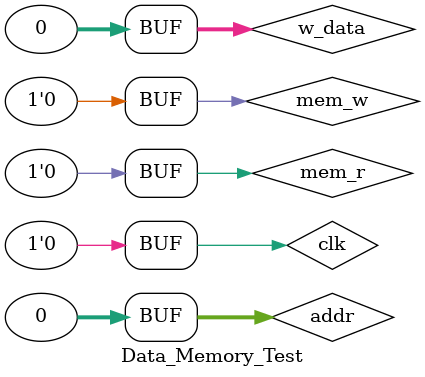
<source format=v>
`timescale 1ns / 1ps


module Data_Memory_Test;

	// Inputs
	reg [31:0] addr;
	reg [31:0] w_data;
	reg mem_w;
	reg mem_r;
	reg clk;

	// Outputs
	wire [31:0] r_data;

	// Instantiate the Unit Under Test (UUT)
	DAtaMemory_shady_mohamed_19100178 uut (
		.addr(addr), 
		.w_data(w_data), 
		.r_data(r_data), 
		.mem_w(mem_w), 
		.mem_r(mem_r), 
		.clk(clk)
	);

	initial begin
		// Initialize Inputs
		addr = 0;
		w_data = 0;
		mem_w = 0;
		mem_r = 0;
		clk = 0;

		// Wait 100 ns for global reset to finish
		#100;
        
		// Add stimulus here

	end
      
endmodule


</source>
